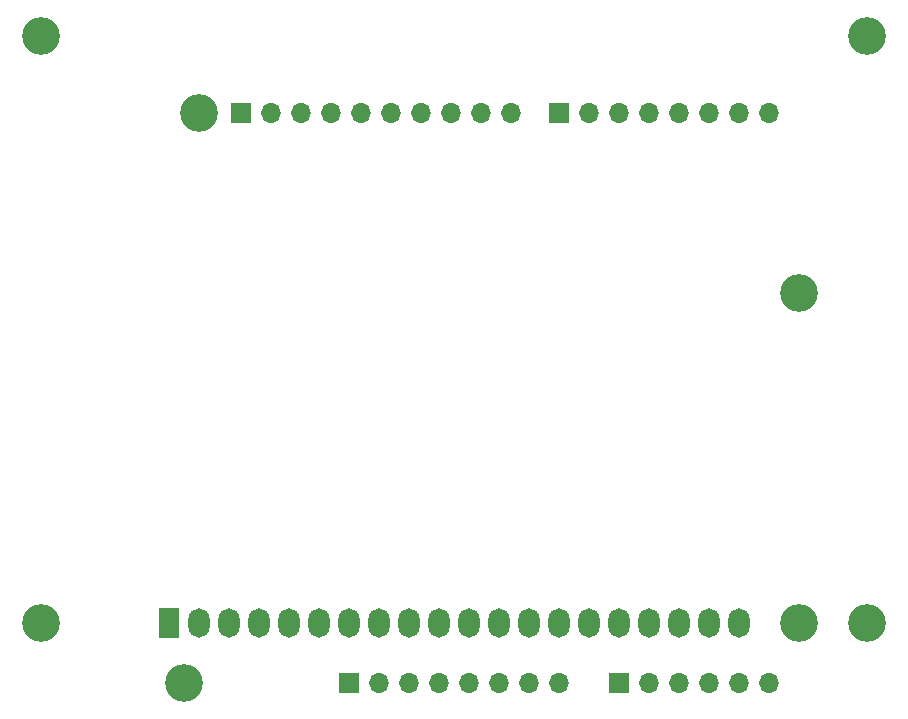
<source format=gbr>
%TF.GenerationSoftware,KiCad,Pcbnew,7.0.7-7.0.7~ubuntu22.04.1*%
%TF.CreationDate,2023-10-18T17:55:42+02:00*%
%TF.ProjectId,conway_proj,636f6e77-6179-45f7-9072-6f6a2e6b6963,rev?*%
%TF.SameCoordinates,Original*%
%TF.FileFunction,Soldermask,Top*%
%TF.FilePolarity,Negative*%
%FSLAX46Y46*%
G04 Gerber Fmt 4.6, Leading zero omitted, Abs format (unit mm)*
G04 Created by KiCad (PCBNEW 7.0.7-7.0.7~ubuntu22.04.1) date 2023-10-18 17:55:42*
%MOMM*%
%LPD*%
G01*
G04 APERTURE LIST*
%ADD10R,1.700000X1.700000*%
%ADD11O,1.700000X1.700000*%
%ADD12C,3.200000*%
%ADD13R,1.800000X2.500000*%
%ADD14O,1.800000X2.500000*%
G04 APERTURE END LIST*
D10*
%TO.C,J1*%
X102540000Y-163500000D03*
D11*
X105080000Y-163500000D03*
X107620000Y-163500000D03*
X110160000Y-163500000D03*
X112700000Y-163500000D03*
X115240000Y-163500000D03*
X117780000Y-163500000D03*
X120320000Y-163500000D03*
%TD*%
D10*
%TO.C,J3*%
X125400000Y-163500000D03*
D11*
X127940000Y-163500000D03*
X130480000Y-163500000D03*
X133020000Y-163500000D03*
X135560000Y-163500000D03*
X138100000Y-163500000D03*
%TD*%
D10*
%TO.C,J2*%
X93396000Y-115240000D03*
D11*
X95936000Y-115240000D03*
X98476000Y-115240000D03*
X101016000Y-115240000D03*
X103556000Y-115240000D03*
X106096000Y-115240000D03*
X108636000Y-115240000D03*
X111176000Y-115240000D03*
X113716000Y-115240000D03*
X116256000Y-115240000D03*
%TD*%
D10*
%TO.C,J4*%
X120320000Y-115240000D03*
D11*
X122860000Y-115240000D03*
X125400000Y-115240000D03*
X127940000Y-115240000D03*
X130480000Y-115240000D03*
X133020000Y-115240000D03*
X135560000Y-115240000D03*
X138100000Y-115240000D03*
%TD*%
D12*
%TO.C,DS1*%
X76430000Y-158420000D03*
X146430000Y-158420000D03*
X76430000Y-108720000D03*
X146430000Y-108720000D03*
D13*
X87300000Y-158420000D03*
D14*
X89840000Y-158420000D03*
X92380000Y-158420000D03*
X94920000Y-158420000D03*
X97460000Y-158420000D03*
X100000000Y-158420000D03*
X102540000Y-158420000D03*
X105080000Y-158420000D03*
X107620000Y-158420000D03*
X110160000Y-158420000D03*
X112700000Y-158420000D03*
X115240000Y-158420000D03*
X117780000Y-158420000D03*
X120320000Y-158420000D03*
X122860000Y-158420000D03*
X125400000Y-158420000D03*
X127940000Y-158420000D03*
X130480000Y-158420000D03*
X133020000Y-158420000D03*
X135560000Y-158420000D03*
%TD*%
D12*
%TO.C,MH1*%
X89840000Y-115240000D03*
%TD*%
%TO.C,MH2*%
X88570000Y-163500000D03*
%TD*%
%TO.C,MH3*%
X140640000Y-130480000D03*
%TD*%
%TO.C,MH4*%
X140640000Y-158420000D03*
%TD*%
M02*

</source>
